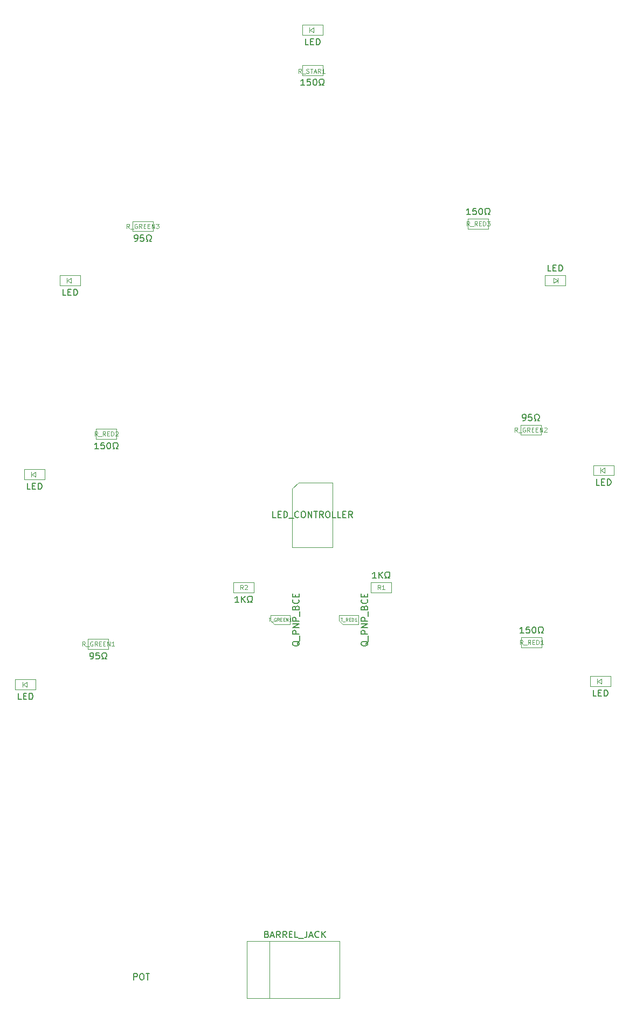
<source format=gbr>
G04 #@! TF.FileFunction,Other,Fab,Top*
%FSLAX46Y46*%
G04 Gerber Fmt 4.6, Leading zero omitted, Abs format (unit mm)*
G04 Created by KiCad (PCBNEW 4.0.6) date Saturday, November 11, 2017 'PMt' 03:03:55 PM*
%MOMM*%
%LPD*%
G01*
G04 APERTURE LIST*
%ADD10C,0.100000*%
%ADD11C,0.150000*%
%ADD12C,0.105000*%
%ADD13C,0.075000*%
G04 APERTURE END LIST*
D10*
X49765000Y-128270000D02*
X50365000Y-127870000D01*
X50365000Y-127870000D02*
X50365000Y-128670000D01*
X50365000Y-128670000D02*
X49765000Y-128270000D01*
X49715000Y-127870000D02*
X49715000Y-128670000D01*
X48565000Y-129070000D02*
X48565000Y-127470000D01*
X51765000Y-129070000D02*
X48565000Y-129070000D01*
X51765000Y-127470000D02*
X51765000Y-129070000D01*
X48565000Y-127470000D02*
X51765000Y-127470000D01*
X140570000Y-94615000D02*
X141170000Y-94215000D01*
X141170000Y-94215000D02*
X141170000Y-95015000D01*
X141170000Y-95015000D02*
X140570000Y-94615000D01*
X140520000Y-94215000D02*
X140520000Y-95015000D01*
X139370000Y-95415000D02*
X139370000Y-93815000D01*
X142570000Y-95415000D02*
X139370000Y-95415000D01*
X142570000Y-93815000D02*
X142570000Y-95415000D01*
X139370000Y-93815000D02*
X142570000Y-93815000D01*
X56750000Y-64770000D02*
X57350000Y-64370000D01*
X57350000Y-64370000D02*
X57350000Y-65170000D01*
X57350000Y-65170000D02*
X56750000Y-64770000D01*
X56700000Y-64370000D02*
X56700000Y-65170000D01*
X55550000Y-65570000D02*
X55550000Y-63970000D01*
X58750000Y-65570000D02*
X55550000Y-65570000D01*
X58750000Y-63970000D02*
X58750000Y-65570000D01*
X55550000Y-63970000D02*
X58750000Y-63970000D01*
X93075000Y-96520000D02*
X98425000Y-96520000D01*
X98425000Y-96520000D02*
X98425000Y-106680000D01*
X98425000Y-106680000D02*
X92075000Y-106680000D01*
X92075000Y-106680000D02*
X92075000Y-97520000D01*
X92075000Y-97520000D02*
X93075000Y-96520000D01*
X140062000Y-127762000D02*
X140662000Y-127362000D01*
X140662000Y-127362000D02*
X140662000Y-128162000D01*
X140662000Y-128162000D02*
X140062000Y-127762000D01*
X140012000Y-127362000D02*
X140012000Y-128162000D01*
X138862000Y-128562000D02*
X138862000Y-126962000D01*
X142062000Y-128562000D02*
X138862000Y-128562000D01*
X142062000Y-126962000D02*
X142062000Y-128562000D01*
X138862000Y-126962000D02*
X142062000Y-126962000D01*
X51162000Y-95250000D02*
X51762000Y-94850000D01*
X51762000Y-94850000D02*
X51762000Y-95650000D01*
X51762000Y-95650000D02*
X51162000Y-95250000D01*
X51112000Y-94850000D02*
X51112000Y-95650000D01*
X49962000Y-96050000D02*
X49962000Y-94450000D01*
X53162000Y-96050000D02*
X49962000Y-96050000D01*
X53162000Y-94450000D02*
X53162000Y-96050000D01*
X49962000Y-94450000D02*
X53162000Y-94450000D01*
X133750000Y-64770000D02*
X133150000Y-65170000D01*
X133150000Y-65170000D02*
X133150000Y-64370000D01*
X133150000Y-64370000D02*
X133750000Y-64770000D01*
X133800000Y-65170000D02*
X133800000Y-64370000D01*
X134950000Y-63970000D02*
X134950000Y-65570000D01*
X131750000Y-63970000D02*
X134950000Y-63970000D01*
X131750000Y-65570000D02*
X131750000Y-63970000D01*
X134950000Y-65570000D02*
X131750000Y-65570000D01*
X59995000Y-122720000D02*
X59995000Y-121120000D01*
X63195000Y-122720000D02*
X59995000Y-122720000D01*
X63195000Y-121120000D02*
X63195000Y-122720000D01*
X59995000Y-121120000D02*
X63195000Y-121120000D01*
X131140000Y-87465000D02*
X131140000Y-89065000D01*
X127940000Y-87465000D02*
X131140000Y-87465000D01*
X127940000Y-89065000D02*
X127940000Y-87465000D01*
X131140000Y-89065000D02*
X127940000Y-89065000D01*
X66980000Y-57061000D02*
X66980000Y-55461000D01*
X70180000Y-57061000D02*
X66980000Y-57061000D01*
X70180000Y-55461000D02*
X70180000Y-57061000D01*
X66980000Y-55461000D02*
X70180000Y-55461000D01*
X131267000Y-120866000D02*
X131267000Y-122466000D01*
X128067000Y-120866000D02*
X131267000Y-120866000D01*
X128067000Y-122466000D02*
X128067000Y-120866000D01*
X131267000Y-122466000D02*
X128067000Y-122466000D01*
X61265000Y-89700000D02*
X61265000Y-88100000D01*
X64465000Y-89700000D02*
X61265000Y-89700000D01*
X64465000Y-88100000D02*
X64465000Y-89700000D01*
X61265000Y-88100000D02*
X64465000Y-88100000D01*
X122885000Y-55080000D02*
X122885000Y-56680000D01*
X119685000Y-55080000D02*
X122885000Y-55080000D01*
X119685000Y-56680000D02*
X119685000Y-55080000D01*
X122885000Y-56680000D02*
X119685000Y-56680000D01*
X93650000Y-32550000D02*
X93650000Y-30950000D01*
X96850000Y-32550000D02*
X93650000Y-32550000D01*
X96850000Y-30950000D02*
X96850000Y-32550000D01*
X93650000Y-30950000D02*
X96850000Y-30950000D01*
X94850000Y-25400000D02*
X95450000Y-25000000D01*
X95450000Y-25000000D02*
X95450000Y-25800000D01*
X95450000Y-25800000D02*
X94850000Y-25400000D01*
X94800000Y-25000000D02*
X94800000Y-25800000D01*
X93650000Y-26200000D02*
X93650000Y-24600000D01*
X96850000Y-26200000D02*
X93650000Y-26200000D01*
X96850000Y-24600000D02*
X96850000Y-26200000D01*
X93650000Y-24600000D02*
X96850000Y-24600000D01*
X88479000Y-168601000D02*
X88479000Y-177601000D01*
X84979000Y-168601000D02*
X84979000Y-177601000D01*
X84979000Y-177601000D02*
X99479000Y-177601000D01*
X99479000Y-177601000D02*
X99479000Y-168601000D01*
X99479000Y-168601000D02*
X84979000Y-168601000D01*
X107645000Y-112230000D02*
X107645000Y-113830000D01*
X104445000Y-112230000D02*
X107645000Y-112230000D01*
X104445000Y-113830000D02*
X104445000Y-112230000D01*
X107645000Y-113830000D02*
X104445000Y-113830000D01*
X89220000Y-118810000D02*
X91670000Y-118810000D01*
X88650000Y-118260000D02*
X88650000Y-117410000D01*
X89220000Y-118810000D02*
X88650000Y-118260000D01*
X88650000Y-117410000D02*
X91690000Y-117410000D01*
X91690000Y-118810000D02*
X91690000Y-117410000D01*
X100015000Y-118810000D02*
X102465000Y-118810000D01*
X99445000Y-118260000D02*
X99445000Y-117410000D01*
X100015000Y-118810000D02*
X99445000Y-118260000D01*
X99445000Y-117410000D02*
X102485000Y-117410000D01*
X102485000Y-118810000D02*
X102485000Y-117410000D01*
X82855000Y-113830000D02*
X82855000Y-112230000D01*
X86055000Y-113830000D02*
X82855000Y-113830000D01*
X86055000Y-112230000D02*
X86055000Y-113830000D01*
X82855000Y-112230000D02*
X86055000Y-112230000D01*
D11*
X49522143Y-130622381D02*
X49045952Y-130622381D01*
X49045952Y-129622381D01*
X49855476Y-130098571D02*
X50188810Y-130098571D01*
X50331667Y-130622381D02*
X49855476Y-130622381D01*
X49855476Y-129622381D01*
X50331667Y-129622381D01*
X50760238Y-130622381D02*
X50760238Y-129622381D01*
X50998333Y-129622381D01*
X51141191Y-129670000D01*
X51236429Y-129765238D01*
X51284048Y-129860476D01*
X51331667Y-130050952D01*
X51331667Y-130193810D01*
X51284048Y-130384286D01*
X51236429Y-130479524D01*
X51141191Y-130574762D01*
X50998333Y-130622381D01*
X50760238Y-130622381D01*
X140327143Y-96967381D02*
X139850952Y-96967381D01*
X139850952Y-95967381D01*
X140660476Y-96443571D02*
X140993810Y-96443571D01*
X141136667Y-96967381D02*
X140660476Y-96967381D01*
X140660476Y-95967381D01*
X141136667Y-95967381D01*
X141565238Y-96967381D02*
X141565238Y-95967381D01*
X141803333Y-95967381D01*
X141946191Y-96015000D01*
X142041429Y-96110238D01*
X142089048Y-96205476D01*
X142136667Y-96395952D01*
X142136667Y-96538810D01*
X142089048Y-96729286D01*
X142041429Y-96824524D01*
X141946191Y-96919762D01*
X141803333Y-96967381D01*
X141565238Y-96967381D01*
X56507143Y-67122381D02*
X56030952Y-67122381D01*
X56030952Y-66122381D01*
X56840476Y-66598571D02*
X57173810Y-66598571D01*
X57316667Y-67122381D02*
X56840476Y-67122381D01*
X56840476Y-66122381D01*
X57316667Y-66122381D01*
X57745238Y-67122381D02*
X57745238Y-66122381D01*
X57983333Y-66122381D01*
X58126191Y-66170000D01*
X58221429Y-66265238D01*
X58269048Y-66360476D01*
X58316667Y-66550952D01*
X58316667Y-66693810D01*
X58269048Y-66884286D01*
X58221429Y-66979524D01*
X58126191Y-67074762D01*
X57983333Y-67122381D01*
X57745238Y-67122381D01*
X89511905Y-102052381D02*
X89035714Y-102052381D01*
X89035714Y-101052381D01*
X89845238Y-101528571D02*
X90178572Y-101528571D01*
X90321429Y-102052381D02*
X89845238Y-102052381D01*
X89845238Y-101052381D01*
X90321429Y-101052381D01*
X90750000Y-102052381D02*
X90750000Y-101052381D01*
X90988095Y-101052381D01*
X91130953Y-101100000D01*
X91226191Y-101195238D01*
X91273810Y-101290476D01*
X91321429Y-101480952D01*
X91321429Y-101623810D01*
X91273810Y-101814286D01*
X91226191Y-101909524D01*
X91130953Y-102004762D01*
X90988095Y-102052381D01*
X90750000Y-102052381D01*
X91511905Y-102147619D02*
X92273810Y-102147619D01*
X93083334Y-101957143D02*
X93035715Y-102004762D01*
X92892858Y-102052381D01*
X92797620Y-102052381D01*
X92654762Y-102004762D01*
X92559524Y-101909524D01*
X92511905Y-101814286D01*
X92464286Y-101623810D01*
X92464286Y-101480952D01*
X92511905Y-101290476D01*
X92559524Y-101195238D01*
X92654762Y-101100000D01*
X92797620Y-101052381D01*
X92892858Y-101052381D01*
X93035715Y-101100000D01*
X93083334Y-101147619D01*
X93702381Y-101052381D02*
X93892858Y-101052381D01*
X93988096Y-101100000D01*
X94083334Y-101195238D01*
X94130953Y-101385714D01*
X94130953Y-101719048D01*
X94083334Y-101909524D01*
X93988096Y-102004762D01*
X93892858Y-102052381D01*
X93702381Y-102052381D01*
X93607143Y-102004762D01*
X93511905Y-101909524D01*
X93464286Y-101719048D01*
X93464286Y-101385714D01*
X93511905Y-101195238D01*
X93607143Y-101100000D01*
X93702381Y-101052381D01*
X94559524Y-102052381D02*
X94559524Y-101052381D01*
X95130953Y-102052381D01*
X95130953Y-101052381D01*
X95464286Y-101052381D02*
X96035715Y-101052381D01*
X95750000Y-102052381D02*
X95750000Y-101052381D01*
X96940477Y-102052381D02*
X96607143Y-101576190D01*
X96369048Y-102052381D02*
X96369048Y-101052381D01*
X96750001Y-101052381D01*
X96845239Y-101100000D01*
X96892858Y-101147619D01*
X96940477Y-101242857D01*
X96940477Y-101385714D01*
X96892858Y-101480952D01*
X96845239Y-101528571D01*
X96750001Y-101576190D01*
X96369048Y-101576190D01*
X97559524Y-101052381D02*
X97750001Y-101052381D01*
X97845239Y-101100000D01*
X97940477Y-101195238D01*
X97988096Y-101385714D01*
X97988096Y-101719048D01*
X97940477Y-101909524D01*
X97845239Y-102004762D01*
X97750001Y-102052381D01*
X97559524Y-102052381D01*
X97464286Y-102004762D01*
X97369048Y-101909524D01*
X97321429Y-101719048D01*
X97321429Y-101385714D01*
X97369048Y-101195238D01*
X97464286Y-101100000D01*
X97559524Y-101052381D01*
X98892858Y-102052381D02*
X98416667Y-102052381D01*
X98416667Y-101052381D01*
X99702382Y-102052381D02*
X99226191Y-102052381D01*
X99226191Y-101052381D01*
X100035715Y-101528571D02*
X100369049Y-101528571D01*
X100511906Y-102052381D02*
X100035715Y-102052381D01*
X100035715Y-101052381D01*
X100511906Y-101052381D01*
X101511906Y-102052381D02*
X101178572Y-101576190D01*
X100940477Y-102052381D02*
X100940477Y-101052381D01*
X101321430Y-101052381D01*
X101416668Y-101100000D01*
X101464287Y-101147619D01*
X101511906Y-101242857D01*
X101511906Y-101385714D01*
X101464287Y-101480952D01*
X101416668Y-101528571D01*
X101321430Y-101576190D01*
X100940477Y-101576190D01*
X139819143Y-130114381D02*
X139342952Y-130114381D01*
X139342952Y-129114381D01*
X140152476Y-129590571D02*
X140485810Y-129590571D01*
X140628667Y-130114381D02*
X140152476Y-130114381D01*
X140152476Y-129114381D01*
X140628667Y-129114381D01*
X141057238Y-130114381D02*
X141057238Y-129114381D01*
X141295333Y-129114381D01*
X141438191Y-129162000D01*
X141533429Y-129257238D01*
X141581048Y-129352476D01*
X141628667Y-129542952D01*
X141628667Y-129685810D01*
X141581048Y-129876286D01*
X141533429Y-129971524D01*
X141438191Y-130066762D01*
X141295333Y-130114381D01*
X141057238Y-130114381D01*
X50919143Y-97602381D02*
X50442952Y-97602381D01*
X50442952Y-96602381D01*
X51252476Y-97078571D02*
X51585810Y-97078571D01*
X51728667Y-97602381D02*
X51252476Y-97602381D01*
X51252476Y-96602381D01*
X51728667Y-96602381D01*
X52157238Y-97602381D02*
X52157238Y-96602381D01*
X52395333Y-96602381D01*
X52538191Y-96650000D01*
X52633429Y-96745238D01*
X52681048Y-96840476D01*
X52728667Y-97030952D01*
X52728667Y-97173810D01*
X52681048Y-97364286D01*
X52633429Y-97459524D01*
X52538191Y-97554762D01*
X52395333Y-97602381D01*
X52157238Y-97602381D01*
X132707143Y-63322381D02*
X132230952Y-63322381D01*
X132230952Y-62322381D01*
X133040476Y-62798571D02*
X133373810Y-62798571D01*
X133516667Y-63322381D02*
X133040476Y-63322381D01*
X133040476Y-62322381D01*
X133516667Y-62322381D01*
X133945238Y-63322381D02*
X133945238Y-62322381D01*
X134183333Y-62322381D01*
X134326191Y-62370000D01*
X134421429Y-62465238D01*
X134469048Y-62560476D01*
X134516667Y-62750952D01*
X134516667Y-62893810D01*
X134469048Y-63084286D01*
X134421429Y-63179524D01*
X134326191Y-63274762D01*
X134183333Y-63322381D01*
X133945238Y-63322381D01*
X60356905Y-124272381D02*
X60547381Y-124272381D01*
X60642620Y-124224762D01*
X60690239Y-124177143D01*
X60785477Y-124034286D01*
X60833096Y-123843810D01*
X60833096Y-123462857D01*
X60785477Y-123367619D01*
X60737858Y-123320000D01*
X60642620Y-123272381D01*
X60452143Y-123272381D01*
X60356905Y-123320000D01*
X60309286Y-123367619D01*
X60261667Y-123462857D01*
X60261667Y-123700952D01*
X60309286Y-123796190D01*
X60356905Y-123843810D01*
X60452143Y-123891429D01*
X60642620Y-123891429D01*
X60737858Y-123843810D01*
X60785477Y-123796190D01*
X60833096Y-123700952D01*
X61737858Y-123272381D02*
X61261667Y-123272381D01*
X61214048Y-123748571D01*
X61261667Y-123700952D01*
X61356905Y-123653333D01*
X61595001Y-123653333D01*
X61690239Y-123700952D01*
X61737858Y-123748571D01*
X61785477Y-123843810D01*
X61785477Y-124081905D01*
X61737858Y-124177143D01*
X61690239Y-124224762D01*
X61595001Y-124272381D01*
X61356905Y-124272381D01*
X61261667Y-124224762D01*
X61214048Y-124177143D01*
X62166429Y-124272381D02*
X62404524Y-124272381D01*
X62404524Y-124081905D01*
X62309286Y-124034286D01*
X62214048Y-123939048D01*
X62166429Y-123796190D01*
X62166429Y-123558095D01*
X62214048Y-123415238D01*
X62309286Y-123320000D01*
X62452143Y-123272381D01*
X62642620Y-123272381D01*
X62785477Y-123320000D01*
X62880715Y-123415238D01*
X62928334Y-123558095D01*
X62928334Y-123796190D01*
X62880715Y-123939048D01*
X62785477Y-124034286D01*
X62690239Y-124081905D01*
X62690239Y-124272381D01*
X62928334Y-124272381D01*
D12*
X59511668Y-122236667D02*
X59278334Y-121903333D01*
X59111668Y-122236667D02*
X59111668Y-121536667D01*
X59378334Y-121536667D01*
X59445001Y-121570000D01*
X59478334Y-121603333D01*
X59511668Y-121670000D01*
X59511668Y-121770000D01*
X59478334Y-121836667D01*
X59445001Y-121870000D01*
X59378334Y-121903333D01*
X59111668Y-121903333D01*
X59645001Y-122303333D02*
X60178334Y-122303333D01*
X60711667Y-121570000D02*
X60645001Y-121536667D01*
X60545001Y-121536667D01*
X60445001Y-121570000D01*
X60378334Y-121636667D01*
X60345001Y-121703333D01*
X60311667Y-121836667D01*
X60311667Y-121936667D01*
X60345001Y-122070000D01*
X60378334Y-122136667D01*
X60445001Y-122203333D01*
X60545001Y-122236667D01*
X60611667Y-122236667D01*
X60711667Y-122203333D01*
X60745001Y-122170000D01*
X60745001Y-121936667D01*
X60611667Y-121936667D01*
X61445001Y-122236667D02*
X61211667Y-121903333D01*
X61045001Y-122236667D02*
X61045001Y-121536667D01*
X61311667Y-121536667D01*
X61378334Y-121570000D01*
X61411667Y-121603333D01*
X61445001Y-121670000D01*
X61445001Y-121770000D01*
X61411667Y-121836667D01*
X61378334Y-121870000D01*
X61311667Y-121903333D01*
X61045001Y-121903333D01*
X61745001Y-121870000D02*
X61978334Y-121870000D01*
X62078334Y-122236667D02*
X61745001Y-122236667D01*
X61745001Y-121536667D01*
X62078334Y-121536667D01*
X62378334Y-121870000D02*
X62611667Y-121870000D01*
X62711667Y-122236667D02*
X62378334Y-122236667D01*
X62378334Y-121536667D01*
X62711667Y-121536667D01*
X63011667Y-122236667D02*
X63011667Y-121536667D01*
X63411667Y-122236667D01*
X63411667Y-121536667D01*
X64111666Y-122236667D02*
X63711666Y-122236667D01*
X63911666Y-122236667D02*
X63911666Y-121536667D01*
X63845000Y-121636667D01*
X63778333Y-121703333D01*
X63711666Y-121736667D01*
D11*
X128301905Y-86817381D02*
X128492381Y-86817381D01*
X128587620Y-86769762D01*
X128635239Y-86722143D01*
X128730477Y-86579286D01*
X128778096Y-86388810D01*
X128778096Y-86007857D01*
X128730477Y-85912619D01*
X128682858Y-85865000D01*
X128587620Y-85817381D01*
X128397143Y-85817381D01*
X128301905Y-85865000D01*
X128254286Y-85912619D01*
X128206667Y-86007857D01*
X128206667Y-86245952D01*
X128254286Y-86341190D01*
X128301905Y-86388810D01*
X128397143Y-86436429D01*
X128587620Y-86436429D01*
X128682858Y-86388810D01*
X128730477Y-86341190D01*
X128778096Y-86245952D01*
X129682858Y-85817381D02*
X129206667Y-85817381D01*
X129159048Y-86293571D01*
X129206667Y-86245952D01*
X129301905Y-86198333D01*
X129540001Y-86198333D01*
X129635239Y-86245952D01*
X129682858Y-86293571D01*
X129730477Y-86388810D01*
X129730477Y-86626905D01*
X129682858Y-86722143D01*
X129635239Y-86769762D01*
X129540001Y-86817381D01*
X129301905Y-86817381D01*
X129206667Y-86769762D01*
X129159048Y-86722143D01*
X130111429Y-86817381D02*
X130349524Y-86817381D01*
X130349524Y-86626905D01*
X130254286Y-86579286D01*
X130159048Y-86484048D01*
X130111429Y-86341190D01*
X130111429Y-86103095D01*
X130159048Y-85960238D01*
X130254286Y-85865000D01*
X130397143Y-85817381D01*
X130587620Y-85817381D01*
X130730477Y-85865000D01*
X130825715Y-85960238D01*
X130873334Y-86103095D01*
X130873334Y-86341190D01*
X130825715Y-86484048D01*
X130730477Y-86579286D01*
X130635239Y-86626905D01*
X130635239Y-86817381D01*
X130873334Y-86817381D01*
D12*
X127456668Y-88581667D02*
X127223334Y-88248333D01*
X127056668Y-88581667D02*
X127056668Y-87881667D01*
X127323334Y-87881667D01*
X127390001Y-87915000D01*
X127423334Y-87948333D01*
X127456668Y-88015000D01*
X127456668Y-88115000D01*
X127423334Y-88181667D01*
X127390001Y-88215000D01*
X127323334Y-88248333D01*
X127056668Y-88248333D01*
X127590001Y-88648333D02*
X128123334Y-88648333D01*
X128656667Y-87915000D02*
X128590001Y-87881667D01*
X128490001Y-87881667D01*
X128390001Y-87915000D01*
X128323334Y-87981667D01*
X128290001Y-88048333D01*
X128256667Y-88181667D01*
X128256667Y-88281667D01*
X128290001Y-88415000D01*
X128323334Y-88481667D01*
X128390001Y-88548333D01*
X128490001Y-88581667D01*
X128556667Y-88581667D01*
X128656667Y-88548333D01*
X128690001Y-88515000D01*
X128690001Y-88281667D01*
X128556667Y-88281667D01*
X129390001Y-88581667D02*
X129156667Y-88248333D01*
X128990001Y-88581667D02*
X128990001Y-87881667D01*
X129256667Y-87881667D01*
X129323334Y-87915000D01*
X129356667Y-87948333D01*
X129390001Y-88015000D01*
X129390001Y-88115000D01*
X129356667Y-88181667D01*
X129323334Y-88215000D01*
X129256667Y-88248333D01*
X128990001Y-88248333D01*
X129690001Y-88215000D02*
X129923334Y-88215000D01*
X130023334Y-88581667D02*
X129690001Y-88581667D01*
X129690001Y-87881667D01*
X130023334Y-87881667D01*
X130323334Y-88215000D02*
X130556667Y-88215000D01*
X130656667Y-88581667D02*
X130323334Y-88581667D01*
X130323334Y-87881667D01*
X130656667Y-87881667D01*
X130956667Y-88581667D02*
X130956667Y-87881667D01*
X131356667Y-88581667D01*
X131356667Y-87881667D01*
X131656666Y-87948333D02*
X131690000Y-87915000D01*
X131756666Y-87881667D01*
X131923333Y-87881667D01*
X131990000Y-87915000D01*
X132023333Y-87948333D01*
X132056666Y-88015000D01*
X132056666Y-88081667D01*
X132023333Y-88181667D01*
X131623333Y-88581667D01*
X132056666Y-88581667D01*
D11*
X67341905Y-58613381D02*
X67532381Y-58613381D01*
X67627620Y-58565762D01*
X67675239Y-58518143D01*
X67770477Y-58375286D01*
X67818096Y-58184810D01*
X67818096Y-57803857D01*
X67770477Y-57708619D01*
X67722858Y-57661000D01*
X67627620Y-57613381D01*
X67437143Y-57613381D01*
X67341905Y-57661000D01*
X67294286Y-57708619D01*
X67246667Y-57803857D01*
X67246667Y-58041952D01*
X67294286Y-58137190D01*
X67341905Y-58184810D01*
X67437143Y-58232429D01*
X67627620Y-58232429D01*
X67722858Y-58184810D01*
X67770477Y-58137190D01*
X67818096Y-58041952D01*
X68722858Y-57613381D02*
X68246667Y-57613381D01*
X68199048Y-58089571D01*
X68246667Y-58041952D01*
X68341905Y-57994333D01*
X68580001Y-57994333D01*
X68675239Y-58041952D01*
X68722858Y-58089571D01*
X68770477Y-58184810D01*
X68770477Y-58422905D01*
X68722858Y-58518143D01*
X68675239Y-58565762D01*
X68580001Y-58613381D01*
X68341905Y-58613381D01*
X68246667Y-58565762D01*
X68199048Y-58518143D01*
X69151429Y-58613381D02*
X69389524Y-58613381D01*
X69389524Y-58422905D01*
X69294286Y-58375286D01*
X69199048Y-58280048D01*
X69151429Y-58137190D01*
X69151429Y-57899095D01*
X69199048Y-57756238D01*
X69294286Y-57661000D01*
X69437143Y-57613381D01*
X69627620Y-57613381D01*
X69770477Y-57661000D01*
X69865715Y-57756238D01*
X69913334Y-57899095D01*
X69913334Y-58137190D01*
X69865715Y-58280048D01*
X69770477Y-58375286D01*
X69675239Y-58422905D01*
X69675239Y-58613381D01*
X69913334Y-58613381D01*
D12*
X66496668Y-56577667D02*
X66263334Y-56244333D01*
X66096668Y-56577667D02*
X66096668Y-55877667D01*
X66363334Y-55877667D01*
X66430001Y-55911000D01*
X66463334Y-55944333D01*
X66496668Y-56011000D01*
X66496668Y-56111000D01*
X66463334Y-56177667D01*
X66430001Y-56211000D01*
X66363334Y-56244333D01*
X66096668Y-56244333D01*
X66630001Y-56644333D02*
X67163334Y-56644333D01*
X67696667Y-55911000D02*
X67630001Y-55877667D01*
X67530001Y-55877667D01*
X67430001Y-55911000D01*
X67363334Y-55977667D01*
X67330001Y-56044333D01*
X67296667Y-56177667D01*
X67296667Y-56277667D01*
X67330001Y-56411000D01*
X67363334Y-56477667D01*
X67430001Y-56544333D01*
X67530001Y-56577667D01*
X67596667Y-56577667D01*
X67696667Y-56544333D01*
X67730001Y-56511000D01*
X67730001Y-56277667D01*
X67596667Y-56277667D01*
X68430001Y-56577667D02*
X68196667Y-56244333D01*
X68030001Y-56577667D02*
X68030001Y-55877667D01*
X68296667Y-55877667D01*
X68363334Y-55911000D01*
X68396667Y-55944333D01*
X68430001Y-56011000D01*
X68430001Y-56111000D01*
X68396667Y-56177667D01*
X68363334Y-56211000D01*
X68296667Y-56244333D01*
X68030001Y-56244333D01*
X68730001Y-56211000D02*
X68963334Y-56211000D01*
X69063334Y-56577667D02*
X68730001Y-56577667D01*
X68730001Y-55877667D01*
X69063334Y-55877667D01*
X69363334Y-56211000D02*
X69596667Y-56211000D01*
X69696667Y-56577667D02*
X69363334Y-56577667D01*
X69363334Y-55877667D01*
X69696667Y-55877667D01*
X69996667Y-56577667D02*
X69996667Y-55877667D01*
X70396667Y-56577667D01*
X70396667Y-55877667D01*
X70663333Y-55877667D02*
X71096666Y-55877667D01*
X70863333Y-56144333D01*
X70963333Y-56144333D01*
X71030000Y-56177667D01*
X71063333Y-56211000D01*
X71096666Y-56277667D01*
X71096666Y-56444333D01*
X71063333Y-56511000D01*
X71030000Y-56544333D01*
X70963333Y-56577667D01*
X70763333Y-56577667D01*
X70696666Y-56544333D01*
X70663333Y-56511000D01*
D11*
X128428905Y-120218381D02*
X127857476Y-120218381D01*
X128143190Y-120218381D02*
X128143190Y-119218381D01*
X128047952Y-119361238D01*
X127952714Y-119456476D01*
X127857476Y-119504095D01*
X129333667Y-119218381D02*
X128857476Y-119218381D01*
X128809857Y-119694571D01*
X128857476Y-119646952D01*
X128952714Y-119599333D01*
X129190810Y-119599333D01*
X129286048Y-119646952D01*
X129333667Y-119694571D01*
X129381286Y-119789810D01*
X129381286Y-120027905D01*
X129333667Y-120123143D01*
X129286048Y-120170762D01*
X129190810Y-120218381D01*
X128952714Y-120218381D01*
X128857476Y-120170762D01*
X128809857Y-120123143D01*
X130000333Y-119218381D02*
X130095572Y-119218381D01*
X130190810Y-119266000D01*
X130238429Y-119313619D01*
X130286048Y-119408857D01*
X130333667Y-119599333D01*
X130333667Y-119837429D01*
X130286048Y-120027905D01*
X130238429Y-120123143D01*
X130190810Y-120170762D01*
X130095572Y-120218381D01*
X130000333Y-120218381D01*
X129905095Y-120170762D01*
X129857476Y-120123143D01*
X129809857Y-120027905D01*
X129762238Y-119837429D01*
X129762238Y-119599333D01*
X129809857Y-119408857D01*
X129857476Y-119313619D01*
X129905095Y-119266000D01*
X130000333Y-119218381D01*
X130714619Y-120218381D02*
X130952714Y-120218381D01*
X130952714Y-120027905D01*
X130857476Y-119980286D01*
X130762238Y-119885048D01*
X130714619Y-119742190D01*
X130714619Y-119504095D01*
X130762238Y-119361238D01*
X130857476Y-119266000D01*
X131000333Y-119218381D01*
X131190810Y-119218381D01*
X131333667Y-119266000D01*
X131428905Y-119361238D01*
X131476524Y-119504095D01*
X131476524Y-119742190D01*
X131428905Y-119885048D01*
X131333667Y-119980286D01*
X131238429Y-120027905D01*
X131238429Y-120218381D01*
X131476524Y-120218381D01*
D12*
X128267001Y-121982667D02*
X128033667Y-121649333D01*
X127867001Y-121982667D02*
X127867001Y-121282667D01*
X128133667Y-121282667D01*
X128200334Y-121316000D01*
X128233667Y-121349333D01*
X128267001Y-121416000D01*
X128267001Y-121516000D01*
X128233667Y-121582667D01*
X128200334Y-121616000D01*
X128133667Y-121649333D01*
X127867001Y-121649333D01*
X128400334Y-122049333D02*
X128933667Y-122049333D01*
X129500334Y-121982667D02*
X129267000Y-121649333D01*
X129100334Y-121982667D02*
X129100334Y-121282667D01*
X129367000Y-121282667D01*
X129433667Y-121316000D01*
X129467000Y-121349333D01*
X129500334Y-121416000D01*
X129500334Y-121516000D01*
X129467000Y-121582667D01*
X129433667Y-121616000D01*
X129367000Y-121649333D01*
X129100334Y-121649333D01*
X129800334Y-121616000D02*
X130033667Y-121616000D01*
X130133667Y-121982667D02*
X129800334Y-121982667D01*
X129800334Y-121282667D01*
X130133667Y-121282667D01*
X130433667Y-121982667D02*
X130433667Y-121282667D01*
X130600333Y-121282667D01*
X130700333Y-121316000D01*
X130767000Y-121382667D01*
X130800333Y-121449333D01*
X130833667Y-121582667D01*
X130833667Y-121682667D01*
X130800333Y-121816000D01*
X130767000Y-121882667D01*
X130700333Y-121949333D01*
X130600333Y-121982667D01*
X130433667Y-121982667D01*
X131500333Y-121982667D02*
X131100333Y-121982667D01*
X131300333Y-121982667D02*
X131300333Y-121282667D01*
X131233667Y-121382667D01*
X131167000Y-121449333D01*
X131100333Y-121482667D01*
D11*
X61626905Y-91252381D02*
X61055476Y-91252381D01*
X61341190Y-91252381D02*
X61341190Y-90252381D01*
X61245952Y-90395238D01*
X61150714Y-90490476D01*
X61055476Y-90538095D01*
X62531667Y-90252381D02*
X62055476Y-90252381D01*
X62007857Y-90728571D01*
X62055476Y-90680952D01*
X62150714Y-90633333D01*
X62388810Y-90633333D01*
X62484048Y-90680952D01*
X62531667Y-90728571D01*
X62579286Y-90823810D01*
X62579286Y-91061905D01*
X62531667Y-91157143D01*
X62484048Y-91204762D01*
X62388810Y-91252381D01*
X62150714Y-91252381D01*
X62055476Y-91204762D01*
X62007857Y-91157143D01*
X63198333Y-90252381D02*
X63293572Y-90252381D01*
X63388810Y-90300000D01*
X63436429Y-90347619D01*
X63484048Y-90442857D01*
X63531667Y-90633333D01*
X63531667Y-90871429D01*
X63484048Y-91061905D01*
X63436429Y-91157143D01*
X63388810Y-91204762D01*
X63293572Y-91252381D01*
X63198333Y-91252381D01*
X63103095Y-91204762D01*
X63055476Y-91157143D01*
X63007857Y-91061905D01*
X62960238Y-90871429D01*
X62960238Y-90633333D01*
X63007857Y-90442857D01*
X63055476Y-90347619D01*
X63103095Y-90300000D01*
X63198333Y-90252381D01*
X63912619Y-91252381D02*
X64150714Y-91252381D01*
X64150714Y-91061905D01*
X64055476Y-91014286D01*
X63960238Y-90919048D01*
X63912619Y-90776190D01*
X63912619Y-90538095D01*
X63960238Y-90395238D01*
X64055476Y-90300000D01*
X64198333Y-90252381D01*
X64388810Y-90252381D01*
X64531667Y-90300000D01*
X64626905Y-90395238D01*
X64674524Y-90538095D01*
X64674524Y-90776190D01*
X64626905Y-90919048D01*
X64531667Y-91014286D01*
X64436429Y-91061905D01*
X64436429Y-91252381D01*
X64674524Y-91252381D01*
D12*
X61465001Y-89216667D02*
X61231667Y-88883333D01*
X61065001Y-89216667D02*
X61065001Y-88516667D01*
X61331667Y-88516667D01*
X61398334Y-88550000D01*
X61431667Y-88583333D01*
X61465001Y-88650000D01*
X61465001Y-88750000D01*
X61431667Y-88816667D01*
X61398334Y-88850000D01*
X61331667Y-88883333D01*
X61065001Y-88883333D01*
X61598334Y-89283333D02*
X62131667Y-89283333D01*
X62698334Y-89216667D02*
X62465000Y-88883333D01*
X62298334Y-89216667D02*
X62298334Y-88516667D01*
X62565000Y-88516667D01*
X62631667Y-88550000D01*
X62665000Y-88583333D01*
X62698334Y-88650000D01*
X62698334Y-88750000D01*
X62665000Y-88816667D01*
X62631667Y-88850000D01*
X62565000Y-88883333D01*
X62298334Y-88883333D01*
X62998334Y-88850000D02*
X63231667Y-88850000D01*
X63331667Y-89216667D02*
X62998334Y-89216667D01*
X62998334Y-88516667D01*
X63331667Y-88516667D01*
X63631667Y-89216667D02*
X63631667Y-88516667D01*
X63798333Y-88516667D01*
X63898333Y-88550000D01*
X63965000Y-88616667D01*
X63998333Y-88683333D01*
X64031667Y-88816667D01*
X64031667Y-88916667D01*
X63998333Y-89050000D01*
X63965000Y-89116667D01*
X63898333Y-89183333D01*
X63798333Y-89216667D01*
X63631667Y-89216667D01*
X64298333Y-88583333D02*
X64331667Y-88550000D01*
X64398333Y-88516667D01*
X64565000Y-88516667D01*
X64631667Y-88550000D01*
X64665000Y-88583333D01*
X64698333Y-88650000D01*
X64698333Y-88716667D01*
X64665000Y-88816667D01*
X64265000Y-89216667D01*
X64698333Y-89216667D01*
D11*
X120046905Y-54432381D02*
X119475476Y-54432381D01*
X119761190Y-54432381D02*
X119761190Y-53432381D01*
X119665952Y-53575238D01*
X119570714Y-53670476D01*
X119475476Y-53718095D01*
X120951667Y-53432381D02*
X120475476Y-53432381D01*
X120427857Y-53908571D01*
X120475476Y-53860952D01*
X120570714Y-53813333D01*
X120808810Y-53813333D01*
X120904048Y-53860952D01*
X120951667Y-53908571D01*
X120999286Y-54003810D01*
X120999286Y-54241905D01*
X120951667Y-54337143D01*
X120904048Y-54384762D01*
X120808810Y-54432381D01*
X120570714Y-54432381D01*
X120475476Y-54384762D01*
X120427857Y-54337143D01*
X121618333Y-53432381D02*
X121713572Y-53432381D01*
X121808810Y-53480000D01*
X121856429Y-53527619D01*
X121904048Y-53622857D01*
X121951667Y-53813333D01*
X121951667Y-54051429D01*
X121904048Y-54241905D01*
X121856429Y-54337143D01*
X121808810Y-54384762D01*
X121713572Y-54432381D01*
X121618333Y-54432381D01*
X121523095Y-54384762D01*
X121475476Y-54337143D01*
X121427857Y-54241905D01*
X121380238Y-54051429D01*
X121380238Y-53813333D01*
X121427857Y-53622857D01*
X121475476Y-53527619D01*
X121523095Y-53480000D01*
X121618333Y-53432381D01*
X122332619Y-54432381D02*
X122570714Y-54432381D01*
X122570714Y-54241905D01*
X122475476Y-54194286D01*
X122380238Y-54099048D01*
X122332619Y-53956190D01*
X122332619Y-53718095D01*
X122380238Y-53575238D01*
X122475476Y-53480000D01*
X122618333Y-53432381D01*
X122808810Y-53432381D01*
X122951667Y-53480000D01*
X123046905Y-53575238D01*
X123094524Y-53718095D01*
X123094524Y-53956190D01*
X123046905Y-54099048D01*
X122951667Y-54194286D01*
X122856429Y-54241905D01*
X122856429Y-54432381D01*
X123094524Y-54432381D01*
D12*
X119885001Y-56196667D02*
X119651667Y-55863333D01*
X119485001Y-56196667D02*
X119485001Y-55496667D01*
X119751667Y-55496667D01*
X119818334Y-55530000D01*
X119851667Y-55563333D01*
X119885001Y-55630000D01*
X119885001Y-55730000D01*
X119851667Y-55796667D01*
X119818334Y-55830000D01*
X119751667Y-55863333D01*
X119485001Y-55863333D01*
X120018334Y-56263333D02*
X120551667Y-56263333D01*
X121118334Y-56196667D02*
X120885000Y-55863333D01*
X120718334Y-56196667D02*
X120718334Y-55496667D01*
X120985000Y-55496667D01*
X121051667Y-55530000D01*
X121085000Y-55563333D01*
X121118334Y-55630000D01*
X121118334Y-55730000D01*
X121085000Y-55796667D01*
X121051667Y-55830000D01*
X120985000Y-55863333D01*
X120718334Y-55863333D01*
X121418334Y-55830000D02*
X121651667Y-55830000D01*
X121751667Y-56196667D02*
X121418334Y-56196667D01*
X121418334Y-55496667D01*
X121751667Y-55496667D01*
X122051667Y-56196667D02*
X122051667Y-55496667D01*
X122218333Y-55496667D01*
X122318333Y-55530000D01*
X122385000Y-55596667D01*
X122418333Y-55663333D01*
X122451667Y-55796667D01*
X122451667Y-55896667D01*
X122418333Y-56030000D01*
X122385000Y-56096667D01*
X122318333Y-56163333D01*
X122218333Y-56196667D01*
X122051667Y-56196667D01*
X122685000Y-55496667D02*
X123118333Y-55496667D01*
X122885000Y-55763333D01*
X122985000Y-55763333D01*
X123051667Y-55796667D01*
X123085000Y-55830000D01*
X123118333Y-55896667D01*
X123118333Y-56063333D01*
X123085000Y-56130000D01*
X123051667Y-56163333D01*
X122985000Y-56196667D01*
X122785000Y-56196667D01*
X122718333Y-56163333D01*
X122685000Y-56130000D01*
D11*
X94011905Y-34102381D02*
X93440476Y-34102381D01*
X93726190Y-34102381D02*
X93726190Y-33102381D01*
X93630952Y-33245238D01*
X93535714Y-33340476D01*
X93440476Y-33388095D01*
X94916667Y-33102381D02*
X94440476Y-33102381D01*
X94392857Y-33578571D01*
X94440476Y-33530952D01*
X94535714Y-33483333D01*
X94773810Y-33483333D01*
X94869048Y-33530952D01*
X94916667Y-33578571D01*
X94964286Y-33673810D01*
X94964286Y-33911905D01*
X94916667Y-34007143D01*
X94869048Y-34054762D01*
X94773810Y-34102381D01*
X94535714Y-34102381D01*
X94440476Y-34054762D01*
X94392857Y-34007143D01*
X95583333Y-33102381D02*
X95678572Y-33102381D01*
X95773810Y-33150000D01*
X95821429Y-33197619D01*
X95869048Y-33292857D01*
X95916667Y-33483333D01*
X95916667Y-33721429D01*
X95869048Y-33911905D01*
X95821429Y-34007143D01*
X95773810Y-34054762D01*
X95678572Y-34102381D01*
X95583333Y-34102381D01*
X95488095Y-34054762D01*
X95440476Y-34007143D01*
X95392857Y-33911905D01*
X95345238Y-33721429D01*
X95345238Y-33483333D01*
X95392857Y-33292857D01*
X95440476Y-33197619D01*
X95488095Y-33150000D01*
X95583333Y-33102381D01*
X96297619Y-34102381D02*
X96535714Y-34102381D01*
X96535714Y-33911905D01*
X96440476Y-33864286D01*
X96345238Y-33769048D01*
X96297619Y-33626190D01*
X96297619Y-33388095D01*
X96345238Y-33245238D01*
X96440476Y-33150000D01*
X96583333Y-33102381D01*
X96773810Y-33102381D01*
X96916667Y-33150000D01*
X97011905Y-33245238D01*
X97059524Y-33388095D01*
X97059524Y-33626190D01*
X97011905Y-33769048D01*
X96916667Y-33864286D01*
X96821429Y-33911905D01*
X96821429Y-34102381D01*
X97059524Y-34102381D01*
D12*
X93489667Y-32193667D02*
X93256333Y-31860333D01*
X93089667Y-32193667D02*
X93089667Y-31493667D01*
X93356333Y-31493667D01*
X93423000Y-31527000D01*
X93456333Y-31560333D01*
X93489667Y-31627000D01*
X93489667Y-31727000D01*
X93456333Y-31793667D01*
X93423000Y-31827000D01*
X93356333Y-31860333D01*
X93089667Y-31860333D01*
X93623000Y-32260333D02*
X94156333Y-32260333D01*
X94289666Y-32160333D02*
X94389666Y-32193667D01*
X94556333Y-32193667D01*
X94623000Y-32160333D01*
X94656333Y-32127000D01*
X94689666Y-32060333D01*
X94689666Y-31993667D01*
X94656333Y-31927000D01*
X94623000Y-31893667D01*
X94556333Y-31860333D01*
X94423000Y-31827000D01*
X94356333Y-31793667D01*
X94323000Y-31760333D01*
X94289666Y-31693667D01*
X94289666Y-31627000D01*
X94323000Y-31560333D01*
X94356333Y-31527000D01*
X94423000Y-31493667D01*
X94589666Y-31493667D01*
X94689666Y-31527000D01*
X94889667Y-31493667D02*
X95289667Y-31493667D01*
X95089667Y-32193667D02*
X95089667Y-31493667D01*
X95489666Y-31993667D02*
X95823000Y-31993667D01*
X95423000Y-32193667D02*
X95656333Y-31493667D01*
X95889666Y-32193667D01*
X96523000Y-32193667D02*
X96289666Y-31860333D01*
X96123000Y-32193667D02*
X96123000Y-31493667D01*
X96389666Y-31493667D01*
X96456333Y-31527000D01*
X96489666Y-31560333D01*
X96523000Y-31627000D01*
X96523000Y-31727000D01*
X96489666Y-31793667D01*
X96456333Y-31827000D01*
X96389666Y-31860333D01*
X96123000Y-31860333D01*
X97189666Y-32193667D02*
X96789666Y-32193667D01*
X96989666Y-32193667D02*
X96989666Y-31493667D01*
X96923000Y-31593667D01*
X96856333Y-31660333D01*
X96789666Y-31693667D01*
D11*
X67159333Y-174696381D02*
X67159333Y-173696381D01*
X67540286Y-173696381D01*
X67635524Y-173744000D01*
X67683143Y-173791619D01*
X67730762Y-173886857D01*
X67730762Y-174029714D01*
X67683143Y-174124952D01*
X67635524Y-174172571D01*
X67540286Y-174220190D01*
X67159333Y-174220190D01*
X68349809Y-173696381D02*
X68540286Y-173696381D01*
X68635524Y-173744000D01*
X68730762Y-173839238D01*
X68778381Y-174029714D01*
X68778381Y-174363048D01*
X68730762Y-174553524D01*
X68635524Y-174648762D01*
X68540286Y-174696381D01*
X68349809Y-174696381D01*
X68254571Y-174648762D01*
X68159333Y-174553524D01*
X68111714Y-174363048D01*
X68111714Y-174029714D01*
X68159333Y-173839238D01*
X68254571Y-173744000D01*
X68349809Y-173696381D01*
X69064095Y-173696381D02*
X69635524Y-173696381D01*
X69349809Y-174696381D02*
X69349809Y-173696381D01*
X94607143Y-27752381D02*
X94130952Y-27752381D01*
X94130952Y-26752381D01*
X94940476Y-27228571D02*
X95273810Y-27228571D01*
X95416667Y-27752381D02*
X94940476Y-27752381D01*
X94940476Y-26752381D01*
X95416667Y-26752381D01*
X95845238Y-27752381D02*
X95845238Y-26752381D01*
X96083333Y-26752381D01*
X96226191Y-26800000D01*
X96321429Y-26895238D01*
X96369048Y-26990476D01*
X96416667Y-27180952D01*
X96416667Y-27323810D01*
X96369048Y-27514286D01*
X96321429Y-27609524D01*
X96226191Y-27704762D01*
X96083333Y-27752381D01*
X95845238Y-27752381D01*
X88074238Y-167529571D02*
X88217095Y-167577190D01*
X88264714Y-167624810D01*
X88312333Y-167720048D01*
X88312333Y-167862905D01*
X88264714Y-167958143D01*
X88217095Y-168005762D01*
X88121857Y-168053381D01*
X87740904Y-168053381D01*
X87740904Y-167053381D01*
X88074238Y-167053381D01*
X88169476Y-167101000D01*
X88217095Y-167148619D01*
X88264714Y-167243857D01*
X88264714Y-167339095D01*
X88217095Y-167434333D01*
X88169476Y-167481952D01*
X88074238Y-167529571D01*
X87740904Y-167529571D01*
X88693285Y-167767667D02*
X89169476Y-167767667D01*
X88598047Y-168053381D02*
X88931380Y-167053381D01*
X89264714Y-168053381D01*
X90169476Y-168053381D02*
X89836142Y-167577190D01*
X89598047Y-168053381D02*
X89598047Y-167053381D01*
X89979000Y-167053381D01*
X90074238Y-167101000D01*
X90121857Y-167148619D01*
X90169476Y-167243857D01*
X90169476Y-167386714D01*
X90121857Y-167481952D01*
X90074238Y-167529571D01*
X89979000Y-167577190D01*
X89598047Y-167577190D01*
X91169476Y-168053381D02*
X90836142Y-167577190D01*
X90598047Y-168053381D02*
X90598047Y-167053381D01*
X90979000Y-167053381D01*
X91074238Y-167101000D01*
X91121857Y-167148619D01*
X91169476Y-167243857D01*
X91169476Y-167386714D01*
X91121857Y-167481952D01*
X91074238Y-167529571D01*
X90979000Y-167577190D01*
X90598047Y-167577190D01*
X91598047Y-167529571D02*
X91931381Y-167529571D01*
X92074238Y-168053381D02*
X91598047Y-168053381D01*
X91598047Y-167053381D01*
X92074238Y-167053381D01*
X92979000Y-168053381D02*
X92502809Y-168053381D01*
X92502809Y-167053381D01*
X93074238Y-168148619D02*
X93836143Y-168148619D01*
X94359953Y-167053381D02*
X94359953Y-167767667D01*
X94312333Y-167910524D01*
X94217095Y-168005762D01*
X94074238Y-168053381D01*
X93979000Y-168053381D01*
X94788524Y-167767667D02*
X95264715Y-167767667D01*
X94693286Y-168053381D02*
X95026619Y-167053381D01*
X95359953Y-168053381D01*
X96264715Y-167958143D02*
X96217096Y-168005762D01*
X96074239Y-168053381D01*
X95979001Y-168053381D01*
X95836143Y-168005762D01*
X95740905Y-167910524D01*
X95693286Y-167815286D01*
X95645667Y-167624810D01*
X95645667Y-167481952D01*
X95693286Y-167291476D01*
X95740905Y-167196238D01*
X95836143Y-167101000D01*
X95979001Y-167053381D01*
X96074239Y-167053381D01*
X96217096Y-167101000D01*
X96264715Y-167148619D01*
X96693286Y-168053381D02*
X96693286Y-167053381D01*
X97264715Y-168053381D02*
X96836143Y-167481952D01*
X97264715Y-167053381D02*
X96693286Y-167624810D01*
X105259286Y-111582381D02*
X104687857Y-111582381D01*
X104973571Y-111582381D02*
X104973571Y-110582381D01*
X104878333Y-110725238D01*
X104783095Y-110820476D01*
X104687857Y-110868095D01*
X105687857Y-111582381D02*
X105687857Y-110582381D01*
X106259286Y-111582381D02*
X105830714Y-111010952D01*
X106259286Y-110582381D02*
X105687857Y-111153810D01*
X106640238Y-111582381D02*
X106878333Y-111582381D01*
X106878333Y-111391905D01*
X106783095Y-111344286D01*
X106687857Y-111249048D01*
X106640238Y-111106190D01*
X106640238Y-110868095D01*
X106687857Y-110725238D01*
X106783095Y-110630000D01*
X106925952Y-110582381D01*
X107116429Y-110582381D01*
X107259286Y-110630000D01*
X107354524Y-110725238D01*
X107402143Y-110868095D01*
X107402143Y-111106190D01*
X107354524Y-111249048D01*
X107259286Y-111344286D01*
X107164048Y-111391905D01*
X107164048Y-111582381D01*
X107402143Y-111582381D01*
D12*
X105928334Y-113346667D02*
X105695000Y-113013333D01*
X105528334Y-113346667D02*
X105528334Y-112646667D01*
X105795000Y-112646667D01*
X105861667Y-112680000D01*
X105895000Y-112713333D01*
X105928334Y-112780000D01*
X105928334Y-112880000D01*
X105895000Y-112946667D01*
X105861667Y-112980000D01*
X105795000Y-113013333D01*
X105528334Y-113013333D01*
X106595000Y-113346667D02*
X106195000Y-113346667D01*
X106395000Y-113346667D02*
X106395000Y-112646667D01*
X106328334Y-112746667D01*
X106261667Y-112813333D01*
X106195000Y-112846667D01*
D11*
X93217619Y-121467143D02*
X93170000Y-121562381D01*
X93074762Y-121657619D01*
X92931905Y-121800476D01*
X92884286Y-121895715D01*
X92884286Y-121990953D01*
X93122381Y-121943334D02*
X93074762Y-122038572D01*
X92979524Y-122133810D01*
X92789048Y-122181429D01*
X92455714Y-122181429D01*
X92265238Y-122133810D01*
X92170000Y-122038572D01*
X92122381Y-121943334D01*
X92122381Y-121752857D01*
X92170000Y-121657619D01*
X92265238Y-121562381D01*
X92455714Y-121514762D01*
X92789048Y-121514762D01*
X92979524Y-121562381D01*
X93074762Y-121657619D01*
X93122381Y-121752857D01*
X93122381Y-121943334D01*
X93217619Y-121324286D02*
X93217619Y-120562381D01*
X93122381Y-120324286D02*
X92122381Y-120324286D01*
X92122381Y-119943333D01*
X92170000Y-119848095D01*
X92217619Y-119800476D01*
X92312857Y-119752857D01*
X92455714Y-119752857D01*
X92550952Y-119800476D01*
X92598571Y-119848095D01*
X92646190Y-119943333D01*
X92646190Y-120324286D01*
X93122381Y-119324286D02*
X92122381Y-119324286D01*
X93122381Y-118752857D01*
X92122381Y-118752857D01*
X93122381Y-118276667D02*
X92122381Y-118276667D01*
X92122381Y-117895714D01*
X92170000Y-117800476D01*
X92217619Y-117752857D01*
X92312857Y-117705238D01*
X92455714Y-117705238D01*
X92550952Y-117752857D01*
X92598571Y-117800476D01*
X92646190Y-117895714D01*
X92646190Y-118276667D01*
X93217619Y-117514762D02*
X93217619Y-116752857D01*
X92598571Y-116181428D02*
X92646190Y-116038571D01*
X92693810Y-115990952D01*
X92789048Y-115943333D01*
X92931905Y-115943333D01*
X93027143Y-115990952D01*
X93074762Y-116038571D01*
X93122381Y-116133809D01*
X93122381Y-116514762D01*
X92122381Y-116514762D01*
X92122381Y-116181428D01*
X92170000Y-116086190D01*
X92217619Y-116038571D01*
X92312857Y-115990952D01*
X92408095Y-115990952D01*
X92503333Y-116038571D01*
X92550952Y-116086190D01*
X92598571Y-116181428D01*
X92598571Y-116514762D01*
X93027143Y-114943333D02*
X93074762Y-114990952D01*
X93122381Y-115133809D01*
X93122381Y-115229047D01*
X93074762Y-115371905D01*
X92979524Y-115467143D01*
X92884286Y-115514762D01*
X92693810Y-115562381D01*
X92550952Y-115562381D01*
X92360476Y-115514762D01*
X92265238Y-115467143D01*
X92170000Y-115371905D01*
X92122381Y-115229047D01*
X92122381Y-115133809D01*
X92170000Y-114990952D01*
X92217619Y-114943333D01*
X92598571Y-114514762D02*
X92598571Y-114181428D01*
X93122381Y-114038571D02*
X93122381Y-114514762D01*
X92122381Y-114514762D01*
X92122381Y-114038571D01*
D13*
X88384286Y-117836190D02*
X88670000Y-117836190D01*
X88527143Y-118336190D02*
X88527143Y-117836190D01*
X88717619Y-118383810D02*
X89098571Y-118383810D01*
X89479523Y-117860000D02*
X89431904Y-117836190D01*
X89360476Y-117836190D01*
X89289047Y-117860000D01*
X89241428Y-117907619D01*
X89217619Y-117955238D01*
X89193809Y-118050476D01*
X89193809Y-118121905D01*
X89217619Y-118217143D01*
X89241428Y-118264762D01*
X89289047Y-118312381D01*
X89360476Y-118336190D01*
X89408095Y-118336190D01*
X89479523Y-118312381D01*
X89503333Y-118288571D01*
X89503333Y-118121905D01*
X89408095Y-118121905D01*
X90003333Y-118336190D02*
X89836666Y-118098095D01*
X89717619Y-118336190D02*
X89717619Y-117836190D01*
X89908095Y-117836190D01*
X89955714Y-117860000D01*
X89979523Y-117883810D01*
X90003333Y-117931429D01*
X90003333Y-118002857D01*
X89979523Y-118050476D01*
X89955714Y-118074286D01*
X89908095Y-118098095D01*
X89717619Y-118098095D01*
X90217619Y-118074286D02*
X90384285Y-118074286D01*
X90455714Y-118336190D02*
X90217619Y-118336190D01*
X90217619Y-117836190D01*
X90455714Y-117836190D01*
X90670000Y-118074286D02*
X90836666Y-118074286D01*
X90908095Y-118336190D02*
X90670000Y-118336190D01*
X90670000Y-117836190D01*
X90908095Y-117836190D01*
X91122381Y-118336190D02*
X91122381Y-117836190D01*
X91408095Y-118336190D01*
X91408095Y-117836190D01*
X91908095Y-118336190D02*
X91622381Y-118336190D01*
X91765238Y-118336190D02*
X91765238Y-117836190D01*
X91717619Y-117907619D01*
X91670000Y-117955238D01*
X91622381Y-117979048D01*
D11*
X104012619Y-121467143D02*
X103965000Y-121562381D01*
X103869762Y-121657619D01*
X103726905Y-121800476D01*
X103679286Y-121895715D01*
X103679286Y-121990953D01*
X103917381Y-121943334D02*
X103869762Y-122038572D01*
X103774524Y-122133810D01*
X103584048Y-122181429D01*
X103250714Y-122181429D01*
X103060238Y-122133810D01*
X102965000Y-122038572D01*
X102917381Y-121943334D01*
X102917381Y-121752857D01*
X102965000Y-121657619D01*
X103060238Y-121562381D01*
X103250714Y-121514762D01*
X103584048Y-121514762D01*
X103774524Y-121562381D01*
X103869762Y-121657619D01*
X103917381Y-121752857D01*
X103917381Y-121943334D01*
X104012619Y-121324286D02*
X104012619Y-120562381D01*
X103917381Y-120324286D02*
X102917381Y-120324286D01*
X102917381Y-119943333D01*
X102965000Y-119848095D01*
X103012619Y-119800476D01*
X103107857Y-119752857D01*
X103250714Y-119752857D01*
X103345952Y-119800476D01*
X103393571Y-119848095D01*
X103441190Y-119943333D01*
X103441190Y-120324286D01*
X103917381Y-119324286D02*
X102917381Y-119324286D01*
X103917381Y-118752857D01*
X102917381Y-118752857D01*
X103917381Y-118276667D02*
X102917381Y-118276667D01*
X102917381Y-117895714D01*
X102965000Y-117800476D01*
X103012619Y-117752857D01*
X103107857Y-117705238D01*
X103250714Y-117705238D01*
X103345952Y-117752857D01*
X103393571Y-117800476D01*
X103441190Y-117895714D01*
X103441190Y-118276667D01*
X104012619Y-117514762D02*
X104012619Y-116752857D01*
X103393571Y-116181428D02*
X103441190Y-116038571D01*
X103488810Y-115990952D01*
X103584048Y-115943333D01*
X103726905Y-115943333D01*
X103822143Y-115990952D01*
X103869762Y-116038571D01*
X103917381Y-116133809D01*
X103917381Y-116514762D01*
X102917381Y-116514762D01*
X102917381Y-116181428D01*
X102965000Y-116086190D01*
X103012619Y-116038571D01*
X103107857Y-115990952D01*
X103203095Y-115990952D01*
X103298333Y-116038571D01*
X103345952Y-116086190D01*
X103393571Y-116181428D01*
X103393571Y-116514762D01*
X103822143Y-114943333D02*
X103869762Y-114990952D01*
X103917381Y-115133809D01*
X103917381Y-115229047D01*
X103869762Y-115371905D01*
X103774524Y-115467143D01*
X103679286Y-115514762D01*
X103488810Y-115562381D01*
X103345952Y-115562381D01*
X103155476Y-115514762D01*
X103060238Y-115467143D01*
X102965000Y-115371905D01*
X102917381Y-115229047D01*
X102917381Y-115133809D01*
X102965000Y-114990952D01*
X103012619Y-114943333D01*
X103393571Y-114514762D02*
X103393571Y-114181428D01*
X103917381Y-114038571D02*
X103917381Y-114514762D01*
X102917381Y-114514762D01*
X102917381Y-114038571D01*
D13*
X99667382Y-117836190D02*
X99953096Y-117836190D01*
X99810239Y-118336190D02*
X99810239Y-117836190D01*
X100000715Y-118383810D02*
X100381667Y-118383810D01*
X100786429Y-118336190D02*
X100619762Y-118098095D01*
X100500715Y-118336190D02*
X100500715Y-117836190D01*
X100691191Y-117836190D01*
X100738810Y-117860000D01*
X100762619Y-117883810D01*
X100786429Y-117931429D01*
X100786429Y-118002857D01*
X100762619Y-118050476D01*
X100738810Y-118074286D01*
X100691191Y-118098095D01*
X100500715Y-118098095D01*
X101000715Y-118074286D02*
X101167381Y-118074286D01*
X101238810Y-118336190D02*
X101000715Y-118336190D01*
X101000715Y-117836190D01*
X101238810Y-117836190D01*
X101453096Y-118336190D02*
X101453096Y-117836190D01*
X101572143Y-117836190D01*
X101643572Y-117860000D01*
X101691191Y-117907619D01*
X101715000Y-117955238D01*
X101738810Y-118050476D01*
X101738810Y-118121905D01*
X101715000Y-118217143D01*
X101691191Y-118264762D01*
X101643572Y-118312381D01*
X101572143Y-118336190D01*
X101453096Y-118336190D01*
X102215000Y-118336190D02*
X101929286Y-118336190D01*
X102072143Y-118336190D02*
X102072143Y-117836190D01*
X102024524Y-117907619D01*
X101976905Y-117955238D01*
X101929286Y-117979048D01*
D11*
X83669286Y-115382381D02*
X83097857Y-115382381D01*
X83383571Y-115382381D02*
X83383571Y-114382381D01*
X83288333Y-114525238D01*
X83193095Y-114620476D01*
X83097857Y-114668095D01*
X84097857Y-115382381D02*
X84097857Y-114382381D01*
X84669286Y-115382381D02*
X84240714Y-114810952D01*
X84669286Y-114382381D02*
X84097857Y-114953810D01*
X85050238Y-115382381D02*
X85288333Y-115382381D01*
X85288333Y-115191905D01*
X85193095Y-115144286D01*
X85097857Y-115049048D01*
X85050238Y-114906190D01*
X85050238Y-114668095D01*
X85097857Y-114525238D01*
X85193095Y-114430000D01*
X85335952Y-114382381D01*
X85526429Y-114382381D01*
X85669286Y-114430000D01*
X85764524Y-114525238D01*
X85812143Y-114668095D01*
X85812143Y-114906190D01*
X85764524Y-115049048D01*
X85669286Y-115144286D01*
X85574048Y-115191905D01*
X85574048Y-115382381D01*
X85812143Y-115382381D01*
D12*
X84338334Y-113346667D02*
X84105000Y-113013333D01*
X83938334Y-113346667D02*
X83938334Y-112646667D01*
X84205000Y-112646667D01*
X84271667Y-112680000D01*
X84305000Y-112713333D01*
X84338334Y-112780000D01*
X84338334Y-112880000D01*
X84305000Y-112946667D01*
X84271667Y-112980000D01*
X84205000Y-113013333D01*
X83938334Y-113013333D01*
X84605000Y-112713333D02*
X84638334Y-112680000D01*
X84705000Y-112646667D01*
X84871667Y-112646667D01*
X84938334Y-112680000D01*
X84971667Y-112713333D01*
X85005000Y-112780000D01*
X85005000Y-112846667D01*
X84971667Y-112946667D01*
X84571667Y-113346667D01*
X85005000Y-113346667D01*
M02*

</source>
